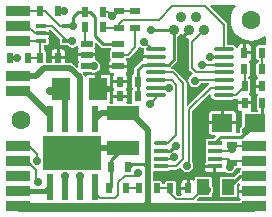
<source format=gtl>
G04 Layer_Physical_Order=1*
G04 Layer_Color=255*
%FSAX24Y24*%
%MOIN*%
G70*
G01*
G75*
%ADD10R,0.0787X0.0354*%
%ADD11R,0.0236X0.0354*%
%ADD12R,0.0709X0.0591*%
%ADD13R,0.0354X0.0236*%
%ADD14R,0.1063X0.0453*%
%ADD15R,0.0433X0.0551*%
%ADD16R,0.0610X0.0748*%
%ADD17R,0.1929X0.1161*%
%ADD18R,0.0197X0.0866*%
%ADD19R,0.0394X0.0236*%
%ADD20R,0.0472X0.0157*%
G04:AMPARAMS|DCode=21|XSize=47.2mil|YSize=15.7mil|CornerRadius=5.5mil|HoleSize=0mil|Usage=FLASHONLY|Rotation=0.000|XOffset=0mil|YOffset=0mil|HoleType=Round|Shape=RoundedRectangle|*
%AMROUNDEDRECTD21*
21,1,0.0472,0.0047,0,0,0.0*
21,1,0.0362,0.0157,0,0,0.0*
1,1,0.0110,0.0181,-0.0024*
1,1,0.0110,-0.0181,-0.0024*
1,1,0.0110,-0.0181,0.0024*
1,1,0.0110,0.0181,0.0024*
%
%ADD21ROUNDEDRECTD21*%
%ADD22O,0.0709X0.0138*%
%ADD23R,0.0335X0.0138*%
%ADD24C,0.0197*%
%ADD25C,0.0200*%
%ADD26C,0.0070*%
%ADD27C,0.0100*%
%ADD28C,0.0300*%
%ADD29C,0.0150*%
%ADD30C,0.0354*%
%ADD31C,0.0276*%
%ADD32C,0.0630*%
%ADD33C,0.0157*%
G36*
X013412Y017984D02*
X013707Y017688D01*
X013704Y017673D01*
Y017535D01*
X013710Y017508D01*
X013725Y017485D01*
X013748Y017469D01*
X013776Y017464D01*
X013951D01*
X013960Y017450D01*
X014029Y017404D01*
X014110Y017388D01*
X014191Y017404D01*
X014260Y017450D01*
X014262Y017453D01*
X014312Y017438D01*
Y017396D01*
X014317Y017369D01*
X014333Y017345D01*
Y017345D01*
X014330Y017343D01*
X014311Y017330D01*
X014289Y017297D01*
X014281Y017258D01*
Y017190D01*
X014879D01*
Y017258D01*
X014871Y017297D01*
X014849Y017330D01*
X014830Y017343D01*
X014827Y017345D01*
Y017345D01*
X014843Y017369D01*
X014848Y017396D01*
Y017553D01*
X014894Y017573D01*
X015053Y017413D01*
X015093Y017387D01*
X015140Y017378D01*
X015378D01*
X015380Y017369D01*
X015396Y017345D01*
Y017309D01*
X015380Y017285D01*
X015375Y017258D01*
Y017022D01*
X015380Y016995D01*
X015396Y016971D01*
Y016971D01*
X015393Y016969D01*
X015374Y016956D01*
X015352Y016923D01*
X015344Y016884D01*
Y016816D01*
X015942D01*
Y016884D01*
X015934Y016923D01*
X015912Y016956D01*
X015893Y016969D01*
X015890Y016971D01*
Y016971D01*
X015906Y016995D01*
X015911Y017022D01*
Y017033D01*
X015960D01*
X016001Y017041D01*
X016036Y017064D01*
X016286Y017314D01*
X016286Y017314D01*
X016309Y017349D01*
X016317Y017390D01*
Y017397D01*
X016367Y017419D01*
X016419Y017384D01*
X016489Y017370D01*
X016481Y017330D01*
X016492Y017276D01*
X016504Y017258D01*
X016501Y017196D01*
X016463Y017140D01*
X016460Y017124D01*
X016908D01*
Y017024D01*
X016460D01*
X016463Y017008D01*
X016475Y016990D01*
X016448Y016940D01*
X016448D01*
X016401Y016931D01*
X016361Y016904D01*
X016201Y016744D01*
X016174Y016704D01*
X016165Y016657D01*
Y016499D01*
X016142Y016495D01*
X016119Y016479D01*
X016103Y016456D01*
X016098Y016429D01*
Y016074D01*
X016103Y016047D01*
X016119Y016024D01*
X016117Y015988D01*
X016101Y015964D01*
X016096Y015937D01*
Y015583D01*
X016101Y015559D01*
X016100Y015554D01*
X016072Y015509D01*
X015944D01*
X015934Y015519D01*
X015910Y015559D01*
X015915Y015583D01*
Y015710D01*
X015695D01*
X015475D01*
Y015583D01*
X015479Y015559D01*
X015456Y015519D01*
X015446Y015509D01*
X015355D01*
X015340Y015559D01*
X015347Y015564D01*
X015369Y015597D01*
X015377Y015636D01*
Y015912D01*
X014970D01*
Y016010D01*
X014872D01*
Y016486D01*
X014665D01*
X014626Y016478D01*
X014593Y016456D01*
X014571Y016423D01*
X014568Y016411D01*
X014517D01*
X014509Y016456D01*
X014471Y016511D01*
X014453Y016530D01*
X014472Y016576D01*
X014721D01*
X014739Y016564D01*
X014820Y016548D01*
X014901Y016564D01*
X014970Y016610D01*
X015016Y016679D01*
X015032Y016760D01*
X015016Y016841D01*
X014970Y016910D01*
X014901Y016956D01*
X014877Y017012D01*
X014879Y017022D01*
Y017090D01*
X014281D01*
Y017022D01*
X014289Y016983D01*
X014311Y016950D01*
X014330Y016937D01*
X014317Y016911D01*
X014312Y016884D01*
Y016736D01*
X014266Y016717D01*
X014161Y016821D01*
X014106Y016859D01*
X014040Y016872D01*
X013856D01*
X013855Y016873D01*
Y017000D01*
X013415D01*
Y016873D01*
X013414Y016872D01*
X013235D01*
X013234Y016873D01*
Y017227D01*
X013229Y017254D01*
X013213Y017278D01*
X013190Y017293D01*
X013163Y017299D01*
X013152D01*
Y017464D01*
X013244D01*
X013272Y017469D01*
X013295Y017485D01*
X013310Y017508D01*
X013316Y017535D01*
Y017673D01*
X013310Y017700D01*
X013303Y017710D01*
X013316Y017719D01*
X013338Y017752D01*
X013346Y017791D01*
Y017810D01*
X013077D01*
Y017910D01*
X013346D01*
Y017929D01*
X013340Y017959D01*
X013350Y017977D01*
X013388Y017987D01*
X013412Y017984D01*
D02*
G37*
G36*
X017751Y017823D02*
X017792Y017769D01*
X017850Y017725D01*
X017918Y017697D01*
X017990Y017687D01*
X017991Y017687D01*
X018020Y017641D01*
X018011Y017628D01*
X018003Y017587D01*
Y016690D01*
X018011Y016649D01*
X018034Y016614D01*
X018125Y016524D01*
X018113Y016484D01*
X018105Y016473D01*
X018040Y016430D01*
X017994Y016361D01*
X017978Y016280D01*
X017994Y016199D01*
X018040Y016130D01*
X018109Y016084D01*
X018190Y016068D01*
X018271Y016084D01*
X018340Y016130D01*
X018386Y016199D01*
X018386Y016199D01*
X018674D01*
X018679Y016149D01*
X018645Y016126D01*
X018645Y016126D01*
X017970Y015451D01*
X017920Y015472D01*
Y016205D01*
X017920Y016205D01*
X017912Y016246D01*
X017888Y016281D01*
X017532Y016638D01*
X017497Y016661D01*
X017456Y016669D01*
X017401D01*
X017386Y016719D01*
X017404Y016731D01*
X017577Y016903D01*
X017603Y016943D01*
X017612Y016990D01*
Y017751D01*
X017668Y017789D01*
X017694Y017827D01*
X017733Y017827D01*
X017751Y017823D01*
D02*
G37*
G36*
X019548Y018750D02*
X019501Y018693D01*
X019437Y018573D01*
X019398Y018443D01*
X019384Y018307D01*
X019398Y018172D01*
X019437Y018041D01*
X019501Y017921D01*
X019588Y017816D01*
X019693Y017730D01*
X019813Y017666D01*
X019943Y017626D01*
X020079Y017613D01*
X020214Y017626D01*
X020344Y017666D01*
X020464Y017730D01*
X020522Y017777D01*
X020567Y017755D01*
Y017484D01*
X020549Y017469D01*
X020312D01*
X020285Y017463D01*
X020262Y017448D01*
X020247Y017424D01*
X020241Y017397D01*
Y017043D01*
X020247Y017016D01*
X020262Y016992D01*
X020285Y016977D01*
X020312Y016971D01*
X020324D01*
Y016909D01*
X020317D01*
X020290Y016903D01*
X020267Y016888D01*
X020251Y016864D01*
X020246Y016837D01*
Y016483D01*
X020251Y016456D01*
X020267Y016432D01*
X020283Y016421D01*
X020286Y016392D01*
X020282Y016367D01*
X020255Y016349D01*
X020233Y016316D01*
X020225Y016277D01*
Y016150D01*
X020445D01*
Y016050D01*
X020225D01*
Y015923D01*
X020233Y015884D01*
X020255Y015851D01*
X020287Y015830D01*
X020290Y015817D01*
X020291Y015777D01*
X020277Y015768D01*
X020261Y015744D01*
X020256Y015717D01*
Y015363D01*
X020261Y015336D01*
X020277Y015312D01*
X020300Y015297D01*
X020301Y015297D01*
X020296Y015247D01*
X020069D01*
X020056Y015271D01*
X020049Y015297D01*
X020067Y015324D01*
X020075Y015363D01*
Y015490D01*
X019855D01*
X019635D01*
Y015363D01*
X019642Y015324D01*
X019665Y015291D01*
X019698Y015269D01*
X019737Y015261D01*
X019754D01*
X019757Y015258D01*
X019777Y015211D01*
X019771Y015203D01*
X019766Y015175D01*
Y014780D01*
X019750Y014770D01*
X019704Y014701D01*
X019688Y014620D01*
X019695Y014586D01*
X019657Y014542D01*
X019607D01*
X019565Y014585D01*
Y014830D01*
X019109D01*
X018652D01*
Y014585D01*
X018660Y014546D01*
X018682Y014513D01*
X018715Y014491D01*
X018754Y014483D01*
X018874D01*
X018894Y014437D01*
X018803Y014346D01*
X018624D01*
X018596Y014341D01*
X018573Y014325D01*
X018558Y014302D01*
X018552Y014275D01*
Y014117D01*
X018558Y014090D01*
X018572Y014068D01*
X018558Y014046D01*
X018552Y014019D01*
Y013861D01*
X018558Y013834D01*
X018572Y013812D01*
X018558Y013790D01*
X018552Y013763D01*
Y013605D01*
X018557Y013583D01*
X018552Y013579D01*
X018530Y013546D01*
X018522Y013507D01*
Y013478D01*
X018860D01*
Y013428D01*
X018910D01*
Y013247D01*
X019096D01*
X019135Y013255D01*
X019168Y013277D01*
X019212Y013252D01*
X019269Y013214D01*
X019350Y013198D01*
X019431Y013214D01*
X019500Y013260D01*
X019546Y013329D01*
X019553Y013365D01*
X019607D01*
X019634Y013371D01*
X019658Y013386D01*
X019659Y013388D01*
X019687Y013387D01*
X019714Y013380D01*
X019726Y013362D01*
Y013318D01*
X019710Y013294D01*
X019705Y013267D01*
Y013212D01*
X019693D01*
X019647Y013203D01*
X019607Y013177D01*
X019517Y013087D01*
X019087D01*
X019060Y013082D01*
X019036Y013066D01*
X019021Y013043D01*
X019015Y013016D01*
Y012464D01*
X019021Y012437D01*
X019036Y012414D01*
X019060Y012398D01*
X019087Y012393D01*
X019520D01*
X019547Y012398D01*
X019570Y012414D01*
X019586Y012437D01*
X019591Y012464D01*
Y012815D01*
X019636Y012860D01*
X019639Y012861D01*
X019692Y012845D01*
X019696Y012827D01*
X019682Y012806D01*
X019674Y012767D01*
Y012640D01*
X020170D01*
Y012540D01*
X019674D01*
Y012413D01*
X019682Y012374D01*
X019704Y012341D01*
X019709Y012337D01*
X019716Y012330D01*
X019697Y012286D01*
X018277D01*
X018258Y012332D01*
X018319Y012393D01*
X018693D01*
X018720Y012398D01*
X018744Y012414D01*
X018759Y012437D01*
X018765Y012464D01*
Y012512D01*
X018796Y012559D01*
X018812Y012640D01*
X018796Y012721D01*
X018765Y012768D01*
Y013016D01*
X018759Y013043D01*
X018744Y013066D01*
X018720Y013082D01*
X018693Y013087D01*
X018260D01*
X018233Y013082D01*
X018210Y013066D01*
X018194Y013043D01*
X018189Y013016D01*
Y012973D01*
X018139Y012950D01*
X018122Y012961D01*
X018083Y012969D01*
X018015D01*
Y012690D01*
X017965D01*
Y012640D01*
X017745D01*
Y012513D01*
X017747Y012502D01*
X017712Y012452D01*
X017609D01*
X017562Y012500D01*
X017564Y012513D01*
Y012867D01*
X017559Y012894D01*
X017543Y012918D01*
X017520Y012933D01*
X017493Y012939D01*
X017257D01*
X017229Y012933D01*
X017206Y012918D01*
X017191Y012894D01*
X017185Y012867D01*
Y012827D01*
X017105D01*
Y012867D01*
X017099Y012894D01*
X017084Y012918D01*
X017061Y012933D01*
X017033Y012939D01*
X016797D01*
X016791Y012943D01*
Y013233D01*
X016821Y013278D01*
X017293D01*
X017320Y013284D01*
X017344Y013299D01*
X017358Y013321D01*
X017558D01*
X017599Y013329D01*
X017634Y013352D01*
X017683Y013401D01*
X017731Y013387D01*
X017734Y013369D01*
X017780Y013300D01*
X017849Y013254D01*
X017930Y013238D01*
X018011Y013254D01*
X018080Y013300D01*
X018126Y013369D01*
X018142Y013450D01*
X018126Y013531D01*
X018107Y013559D01*
Y015286D01*
X018674Y015853D01*
X018685Y015851D01*
X018725Y015796D01*
X018725Y015794D01*
X018736Y015740D01*
X018766Y015694D01*
X018812Y015663D01*
X018867Y015653D01*
X019437D01*
X019492Y015663D01*
X019527Y015687D01*
X019549D01*
X019585Y015694D01*
X019595Y015692D01*
X019635Y015665D01*
Y015590D01*
X019855D01*
X020075D01*
Y015717D01*
X020067Y015756D01*
X020045Y015789D01*
X020013Y015810D01*
X020010Y015823D01*
X020009Y015863D01*
X020023Y015872D01*
X020039Y015896D01*
X020044Y015923D01*
Y016277D01*
X020039Y016304D01*
X020023Y016328D01*
X020000Y016343D01*
X019973Y016349D01*
X019962D01*
Y016411D01*
X019963D01*
X019990Y016417D01*
X020013Y016432D01*
X020029Y016456D01*
X020034Y016483D01*
Y016837D01*
X020029Y016864D01*
X020013Y016888D01*
X019998Y016898D01*
X019997Y016935D01*
X020001Y016951D01*
X020030Y016971D01*
X020052Y017004D01*
X020060Y017043D01*
Y017170D01*
X019840D01*
Y017220D01*
X019790D01*
Y017499D01*
X019722D01*
X019683Y017491D01*
X019650Y017469D01*
X019628Y017436D01*
X019620Y017397D01*
Y017381D01*
X019570Y017376D01*
X019568Y017384D01*
X019538Y017430D01*
X019492Y017461D01*
X019437Y017471D01*
X019259D01*
Y018148D01*
X019251Y018189D01*
X019228Y018224D01*
X018702Y018749D01*
X018721Y018795D01*
X019527D01*
X019548Y018750D01*
D02*
G37*
%LPC*%
G36*
X013585Y017329D02*
X013517D01*
X013478Y017321D01*
X013445Y017299D01*
X013423Y017266D01*
X013415Y017227D01*
Y017100D01*
X013585D01*
Y017329D01*
D02*
G37*
G36*
X013753D02*
X013685D01*
Y017100D01*
X013855D01*
Y017227D01*
X013848Y017266D01*
X013825Y017299D01*
X013792Y017321D01*
X013753Y017329D01*
D02*
G37*
G36*
X015917Y016202D02*
X015697D01*
X015477D01*
Y016074D01*
X015484Y016035D01*
X015503Y016007D01*
X015482Y015976D01*
X015475Y015937D01*
Y015810D01*
X015695D01*
X015915D01*
Y015937D01*
X015907Y015976D01*
X015888Y016004D01*
X015909Y016035D01*
X015917Y016074D01*
Y016202D01*
D02*
G37*
G36*
X015275Y016486D02*
X015069D01*
Y016108D01*
X015377D01*
Y016384D01*
X015369Y016423D01*
X015347Y016456D01*
X015314Y016478D01*
X015275Y016486D01*
D02*
G37*
G36*
X015942Y016716D02*
X015344D01*
Y016648D01*
X015352Y016609D01*
X015374Y016576D01*
X015407Y016554D01*
X015446Y016546D01*
X015484D01*
X015498Y016519D01*
X015503Y016496D01*
X015484Y016468D01*
X015477Y016429D01*
Y016302D01*
X015697D01*
X015917D01*
Y016429D01*
X015909Y016468D01*
X015887Y016501D01*
X015883Y016504D01*
X015881Y016522D01*
X015888Y016560D01*
X015912Y016576D01*
X015934Y016609D01*
X015942Y016648D01*
Y016716D01*
D02*
G37*
G36*
X018810Y013378D02*
X018522D01*
Y013349D01*
X018530Y013310D01*
X018552Y013277D01*
X018585Y013255D01*
X018624Y013247D01*
X018810D01*
Y013378D01*
D02*
G37*
G36*
X017915Y012969D02*
X017847D01*
X017808Y012961D01*
X017775Y012939D01*
X017753Y012906D01*
X017745Y012867D01*
Y012740D01*
X017915D01*
Y012969D01*
D02*
G37*
G36*
X019059Y015277D02*
X018754D01*
X018715Y015269D01*
X018682Y015247D01*
X018660Y015214D01*
X018652Y015175D01*
Y014930D01*
X019059D01*
Y015277D01*
D02*
G37*
G36*
X019463D02*
X019159D01*
Y014930D01*
X019565D01*
Y015175D01*
X019557Y015214D01*
X019535Y015247D01*
X019502Y015269D01*
X019463Y015277D01*
D02*
G37*
G36*
X019958Y017499D02*
X019890D01*
Y017270D01*
X020060D01*
Y017397D01*
X020052Y017436D01*
X020030Y017469D01*
X019997Y017491D01*
X019958Y017499D01*
D02*
G37*
%LPD*%
D10*
X012310Y017620D02*
D03*
Y018120D02*
D03*
Y018620D02*
D03*
Y014090D02*
D03*
Y013590D02*
D03*
Y012090D02*
D03*
Y012590D02*
D03*
Y013090D02*
D03*
Y016430D02*
D03*
Y015930D02*
D03*
X020170Y014090D02*
D03*
Y013590D02*
D03*
Y012090D02*
D03*
Y012590D02*
D03*
Y013090D02*
D03*
D11*
X020445Y016100D02*
D03*
X019855D02*
D03*
X017375Y012690D02*
D03*
X017965D02*
D03*
X014525Y018570D02*
D03*
X015115D02*
D03*
X015975Y013420D02*
D03*
X015385D02*
D03*
X020445Y015540D02*
D03*
X019855D02*
D03*
X016287Y016252D02*
D03*
X015697D02*
D03*
X016285Y015760D02*
D03*
X015695D02*
D03*
X015910Y012690D02*
D03*
X015319D02*
D03*
X020431Y017220D02*
D03*
X019840D02*
D03*
X016915Y012690D02*
D03*
X016325D02*
D03*
X014539Y018070D02*
D03*
X015130D02*
D03*
X019845Y016660D02*
D03*
X020435D02*
D03*
X012045Y017050D02*
D03*
X012635D02*
D03*
X013035Y018620D02*
D03*
X013625D02*
D03*
X013045Y017050D02*
D03*
X013635D02*
D03*
D12*
X020191Y014880D02*
D03*
X019109D02*
D03*
D13*
X015670Y018025D02*
D03*
Y018615D02*
D03*
X019430Y014145D02*
D03*
Y013555D02*
D03*
X016210Y018025D02*
D03*
Y018615D02*
D03*
D14*
X015790Y015211D02*
D03*
Y014030D02*
D03*
D15*
X019303Y012740D02*
D03*
X018477D02*
D03*
D16*
X014970Y016010D02*
D03*
X013730D02*
D03*
D17*
X014100Y013882D02*
D03*
D18*
X014350Y015014D02*
D03*
X013850D02*
D03*
X014850D02*
D03*
X013350D02*
D03*
X014350Y012750D02*
D03*
X013850D02*
D03*
X014850D02*
D03*
X013350D02*
D03*
D19*
X015643Y016766D02*
D03*
Y017140D02*
D03*
Y017514D02*
D03*
X014580Y016766D02*
D03*
Y017140D02*
D03*
Y017514D02*
D03*
D20*
X018860Y014196D02*
D03*
Y013940D02*
D03*
Y013684D02*
D03*
Y013428D02*
D03*
X017057D02*
D03*
Y013684D02*
D03*
Y013940D02*
D03*
D21*
Y014196D02*
D03*
D22*
X019152Y015794D02*
D03*
Y016050D02*
D03*
Y016306D02*
D03*
Y016562D02*
D03*
Y016818D02*
D03*
Y017074D02*
D03*
X016908Y015794D02*
D03*
Y016050D02*
D03*
Y016306D02*
D03*
Y016562D02*
D03*
Y016818D02*
D03*
Y017074D02*
D03*
Y017330D02*
D03*
X019152D02*
D03*
D23*
X013077Y018116D02*
D03*
Y017860D02*
D03*
Y017604D02*
D03*
X013943D02*
D03*
Y018116D02*
D03*
D24*
X013170Y016700D02*
X014040D01*
X012900Y016430D02*
X013170Y016700D01*
X012310Y016430D02*
X012900D01*
X014350Y015014D02*
Y016390D01*
X014040Y016700D02*
X014350Y016390D01*
X013770Y016040D02*
X013850Y015960D01*
Y015014D02*
Y015960D01*
X013350Y015014D02*
Y015138D01*
X012310Y015930D02*
X012558D01*
X013350Y015138D01*
D25*
X014248Y014030D02*
X015790D01*
X016618Y013450D02*
Y014652D01*
X016059Y015211D02*
X016618Y014652D01*
X014100Y013882D02*
X014248Y014030D01*
X016618Y012189D02*
Y013450D01*
X016490Y012061D02*
X016618Y012189D01*
X015790Y015211D02*
X016059D01*
X015047D02*
X015790D01*
X014850Y015014D02*
X015047Y015211D01*
D26*
X019420Y014000D02*
X019510Y014090D01*
X017345Y012565D02*
Y012720D01*
X016913D02*
X017345D01*
X018425Y012650D02*
X018487D01*
X017930Y013450D02*
X018000Y013520D01*
X017813Y013683D02*
Y016205D01*
X017558Y013428D02*
X017813Y013683D01*
X017464Y013684D02*
X017510Y013730D01*
X017286Y014196D02*
X017573Y014483D01*
X017057Y014196D02*
X017286D01*
X017057Y013684D02*
X017464D01*
X017057Y013428D02*
X017558D01*
X018000Y013520D02*
Y015330D01*
X013431Y018116D02*
X013943Y017604D01*
X013077Y018116D02*
X013431D01*
X013684D02*
X013943D01*
X013180Y018620D02*
X013684Y018116D01*
X013035Y018620D02*
X013180D01*
X019152Y017330D02*
Y018148D01*
X018538Y018762D02*
X019152Y018148D01*
X017442Y018762D02*
X018538D01*
X017417Y016306D02*
X017573Y016151D01*
Y014483D02*
Y016151D01*
X016908Y016306D02*
X017417D01*
X016990Y018310D02*
X017442Y018762D01*
X015795Y018310D02*
X016990D01*
X015670Y018185D02*
X015795Y018310D01*
X015670Y018615D02*
X016210D01*
X015485Y018430D02*
X015670Y018615D01*
X015430Y018430D02*
X015485D01*
X015115Y018570D02*
X015290D01*
X015430Y018430D01*
X019855Y015540D02*
X019885D01*
X018000Y015330D02*
X018720Y016050D01*
X017456Y016562D02*
X017813Y016205D01*
X016700Y015490D02*
X016908Y015698D01*
Y015794D01*
X020150Y016395D02*
Y016910D01*
X020431Y016665D02*
X020435Y016660D01*
X020431Y016665D02*
Y017220D01*
X019845Y016660D02*
X019855Y016650D01*
Y016100D02*
Y016650D01*
X019549Y015794D02*
X019855Y016100D01*
X019152Y015794D02*
X019549D01*
X018110Y017587D02*
X018490Y017967D01*
X018110Y016690D02*
Y017587D01*
Y016690D02*
X018238Y016562D01*
X019152D01*
X018720Y016050D02*
X019152D01*
X018190Y016280D02*
X018216Y016306D01*
X019152D01*
X019144Y016810D02*
X019152Y016818D01*
X018440Y016810D02*
X019144D01*
X016908Y016562D02*
X017456D01*
X016500Y017580D02*
X016750Y017330D01*
X016908D01*
X015910Y012690D02*
X016325D01*
X019360Y013940D02*
X019420Y014000D01*
X018860Y013940D02*
X019360D01*
X019301Y013684D02*
X019430Y013555D01*
X018860Y013684D02*
X019301D01*
X015130Y018070D02*
X015175Y018025D01*
X015670D01*
X015643Y017140D02*
X015960D01*
X016210Y017390D01*
Y018025D01*
X015670D02*
Y018185D01*
X014539Y017555D02*
X014580Y017514D01*
X014539Y017555D02*
Y018070D01*
X015629Y017500D02*
X015643Y017514D01*
X012310Y018620D02*
X013035D01*
X012310Y018120D02*
X012600D01*
X012860Y017860D01*
X013077D01*
X012310Y017620D02*
X012326Y017604D01*
X013077D01*
X013045Y017572D02*
X013077Y017604D01*
X013045Y017050D02*
Y017572D01*
X012635Y017050D02*
X013045D01*
X019430Y013555D02*
X019465Y013590D01*
X020170D01*
X019510Y014090D02*
X020170D01*
X016200Y013120D02*
X016280Y013200D01*
X015860Y013120D02*
X016200D01*
X015640Y012900D02*
X015860Y013120D01*
X019950Y012590D02*
X020170D01*
X019880D02*
X019950D01*
X016280Y013200D02*
X016310D01*
X018120Y012345D02*
X018425Y012650D01*
X017565Y012345D02*
X018120D01*
X017345Y012565D02*
X017565Y012345D01*
X015030Y012370D02*
X015530D01*
X014850Y012550D02*
X015030Y012370D01*
X014850Y012550D02*
Y012750D01*
X015640Y012480D02*
Y012900D01*
X015530Y012370D02*
X015640Y012480D01*
X012900Y012980D02*
X012960Y012920D01*
X012600Y013590D02*
X012900Y013290D01*
Y012980D02*
Y013290D01*
X012310Y013590D02*
X012600D01*
X012660Y014090D02*
X012920Y013830D01*
X012310Y014090D02*
X012660D01*
X012920Y013620D02*
Y013830D01*
D27*
X019731Y014420D02*
X020191Y014880D01*
X014120Y018110D02*
Y018400D01*
X019303Y012700D02*
X019693Y013090D01*
X017355Y013940D02*
X017535Y014120D01*
X017057Y013940D02*
X017355D01*
X017535Y014120D02*
X017570D01*
X017730Y016670D02*
X017880Y016520D01*
X017730Y016670D02*
Y017707D01*
X017990Y017967D01*
X015385Y012755D02*
Y013420D01*
X015319Y012690D02*
X015385Y012755D01*
Y013625D02*
X015790Y014030D01*
X015385Y013420D02*
Y013625D01*
X016737Y017967D02*
X017490D01*
X016570Y013450D02*
X016618D01*
X019769Y015540D02*
X019855D01*
X020445Y015134D02*
Y015540D01*
X020191Y014880D02*
X020445Y015134D01*
X019050Y014420D02*
X019731D01*
X018860Y014230D02*
X019050Y014420D01*
X018860Y014196D02*
Y014230D01*
X018967Y012415D02*
X019037Y012344D01*
X016285Y015760D02*
X016287Y015762D01*
Y016252D01*
X017490Y016990D02*
Y017967D01*
X017318Y016818D02*
X017490Y016990D01*
X016908Y016818D02*
X017318D01*
X016287Y016252D02*
Y016657D01*
X016448Y016818D01*
X016908D01*
X014120Y018400D02*
X014290Y018570D01*
X014525D01*
X015140Y017500D02*
X015629D01*
X014860Y017780D02*
X015140Y017500D01*
X014860Y017780D02*
Y018395D01*
X014685Y018570D02*
X014860Y018395D01*
X014525Y018570D02*
X014685D01*
X019950Y013090D02*
X020170D01*
X019693D02*
X019950D01*
X016510Y013510D02*
X016570Y013450D01*
X016100Y013510D02*
X016510D01*
X016010Y013420D02*
X016100Y013510D01*
X015975Y013420D02*
X016010D01*
D28*
X016490Y012061D02*
X020141D01*
X012339D02*
X016490D01*
X012310Y012090D02*
X012339Y012061D01*
X020141D02*
X020170Y012090D01*
D29*
X012430Y012590D02*
X013190D01*
X013350Y012750D01*
D30*
X018240Y018400D02*
D03*
X017740D02*
D03*
X018490Y017967D02*
D03*
X017990D02*
D03*
X017490D02*
D03*
X015100Y015810D02*
D03*
Y016210D02*
D03*
X019950Y013090D02*
D03*
X012090Y012590D02*
D03*
X012430D02*
D03*
X012520Y013090D02*
D03*
X019950Y012590D02*
D03*
D31*
X018600Y012640D02*
D03*
X017930Y013450D02*
D03*
X017510Y013730D02*
D03*
X016720Y017960D02*
D03*
X013820Y018620D02*
D03*
X012250Y017053D02*
D03*
X017880Y016520D02*
D03*
X015430Y018430D02*
D03*
X019900Y014620D02*
D03*
X017330Y016050D02*
D03*
X018190Y016280D02*
D03*
X018440Y016810D02*
D03*
X018700Y017070D02*
D03*
X017570Y014120D02*
D03*
X016700Y015490D02*
D03*
X016500Y017580D02*
D03*
X014110Y017600D02*
D03*
X013360Y015950D02*
D03*
X014820Y016760D02*
D03*
X014120Y018110D02*
D03*
X019420Y014000D02*
D03*
X019350Y013410D02*
D03*
X016310Y013200D02*
D03*
X012960Y012920D02*
D03*
X014350Y013090D02*
D03*
X012920Y013620D02*
D03*
X013850Y013090D02*
D03*
D32*
X020079Y018307D02*
D03*
X012402Y014961D02*
D03*
D33*
X014612Y014138D02*
D03*
X013588D02*
D03*
X014100D02*
D03*
X014612Y013626D02*
D03*
X014100D02*
D03*
X013588D02*
D03*
M02*

</source>
